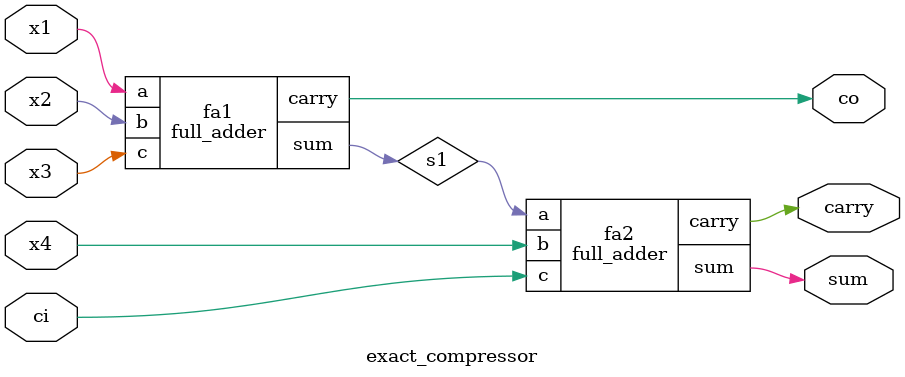
<source format=v>
`timescale 1ns / 1ps

module Approximate_Multiplier( A , B , Trunc0 , Trunc1 , Trunc2 , Trunc3 , Product );

input [7:0] A , B  ;
input Trunc0 , Trunc1 , Trunc2  , Trunc3 ;

output [15:0] Product ;

/////1
pp_generation pp1( .Trunc0(Trunc0) , .B0(B[0]) , .A0(A[0]) , .A1(A[1]) , .PPD00(P00) , .PPD01(P01) ) ;
pp_generation pp2( .Trunc0(Trunc0) , .B0(B[1]) , .A0(A[0]) , .A1(A[1]) , .PPD00(P10) , .PPD01(P11) ) ;
pp_generation pp3( .Trunc0(Trunc0) , .B0(B[2]) , .A0(A[0]) , .A1(A[1]) , .PPD00(P20) , .PPD01(P21) ) ;
pp_generation pp4( .Trunc0(Trunc0) , .B0(B[0]) , .A0(A[2]) , .A1(A[3]) , .PPD00(P02) , .PPD01(P03) ) ;
ppg  pp01( .Trunc(Trunc0) , .B(B[2]) , .A(A[1]) , .PPD(P12) ) ;
ppg  pp01a( .Trunc(Trunc0) , .B(B[3]) , .A(A[0]) , .PPD(P30) ) ;

/////2
pp_generation pp5( .Trunc0(Trunc1) , .B0(B[4]) , .A0(A[0]) , .A1(A[1]) , .PPD00(P40) , .PPD01(P41) ) ;
pp_generation pp6( .Trunc0(Trunc1) , .B0(B[5]) , .A0(A[0]) , .A1(A[1]) , .PPD00(P50) , .PPD01(P51) ) ;
pp_generation pp7( .Trunc0(Trunc1) , .B0(B[6]) , .A0(A[0]) , .A1(A[1]) , .PPD00(P60) , .PPD01(P61) ) ;
pp_generation pp8( .Trunc0(Trunc1) , .B0(B[3]) , .A0(A[1]) , .A1(A[2]) , .PPD00(P31) , .PPD01(P32) ) ;
pp_generation pp9( .Trunc0(Trunc1) , .B0(B[2]) , .A0(A[2]) , .A1(A[3]) , .PPD00(P22) , .PPD01(P23) ) ;
pp_generation pp10( .Trunc0(Trunc1) , .B0(B[4]) , .A0(A[2]) , .A1(A[3]) , .PPD00(P42) , .PPD01(P43) ) ;
pp_generation pp11( .Trunc0(Trunc1) , .B0(B[1]) , .A0(A[3]) , .A1(A[4]) , .PPD00(P13) , .PPD01(P14) ) ;
pp_generation pp12( .Trunc0(Trunc1) , .B0(B[3]) , .A0(A[3]) , .A1(A[4]) , .PPD00(P33) , .PPD01(P34) ) ;
pp_generation pp13( .Trunc0(Trunc1) , .B0(B[0]) , .A0(A[4]) , .A1(A[5]) , .PPD00(P04) , .PPD01(P05) ) ;
pp_generation pp14( .Trunc0(Trunc1) , .B0(B[2]) , .A0(A[4]) , .A1(A[5]) , .PPD00(P24) , .PPD01(P25) ) ;
pp_generation pp15( .Trunc0(Trunc1) , .B0(B[1]) , .A0(A[5]) , .A1(A[6]) , .PPD00(P15) , .PPD01(P16) ) ;
pp_generation pp16( .Trunc0(Trunc1) , .B0(B[0]) , .A0(A[6]) , .A1(A[7]) , .PPD00(P06) , .PPD01(P07) ) ;
ppg  pp02( .Trunc(Trunc1) , .B(B[7]) , .A(A[0]) , .PPD(P70) ) ;
ppg  pp03( .Trunc(Trunc1) , .B(B[5]) , .A(A[2]) , .PPD(P52) ) ;

/////3
pp_generation pp17( .Trunc0(Trunc2) , .B0(B[7]) , .A0(A[1]) , .A1(A[2]) , .PPD00(P71) , .PPD01(P72) ) ;
pp_generation pp18( .Trunc0(Trunc2) , .B0(B[6]) , .A0(A[2]) , .A1(A[3]) , .PPD00(P62) , .PPD01(P63) ) ;
pp_generation pp19( .Trunc0(Trunc2) , .B0(B[5]) , .A0(A[3]) , .A1(A[4]) , .PPD00(P53) , .PPD01(P54) ) ;
pp_generation pp20( .Trunc0(Trunc2) , .B0(B[7]) , .A0(A[3]) , .A1(A[4]) , .PPD00(P73) , .PPD01(P74) ) ;
pp_generation pp21( .Trunc0(Trunc2) , .B0(B[4]) , .A0(A[4]) , .A1(A[5]) , .PPD00(P44) , .PPD01(P45) ) ;
pp_generation pp22( .Trunc0(Trunc2) , .B0(B[6]) , .A0(A[4]) , .A1(A[5]) , .PPD00(P64) , .PPD01(P65) ) ;
pp_generation pp23( .Trunc0(Trunc2) , .B0(B[3]) , .A0(A[5]) , .A1(A[6]) , .PPD00(P35) , .PPD01(P36) ) ;
pp_generation pp24( .Trunc0(Trunc2) , .B0(B[5]) , .A0(A[5]) , .A1(A[6]) , .PPD00(P55) , .PPD01(P56) ) ;
pp_generation pp25( .Trunc0(Trunc2) , .B0(B[2]) , .A0(A[6]) , .A1(A[7]) , .PPD00(P26) , .PPD01(P27) ) ;
pp_generation pp26( .Trunc0(Trunc2) , .B0(B[4]) , .A0(A[6]) , .A1(A[7]) , .PPD00(P46) , .PPD01(P47) ) ;
ppg  pp04( .Trunc(Trunc2) , .B(B[1]) , .A(A[7]) , .PPD(P17) ) ;
ppg  pp05( .Trunc(Trunc2) , .B(B[3]) , .A(A[7]) , .PPD(P37) ) ;

/////4
pp_generation pp27( .Trunc0(Trunc3) , .B0(B[7]) , .A0(A[5]) , .A1(A[6]) , .PPD00(P75) , .PPD01(P76) ) ;
pp_generation pp28( .Trunc0(Trunc3) , .B0(B[6]) , .A0(A[6]) , .A1(A[7]) , .PPD00(P66) , .PPD01(P67) ) ;
ppg  pp06( .Trunc(Trunc3) , .B(B[5]) , .A(A[7]) , .PPD(P57) ) ;
ppg  pp07( .Trunc(Trunc3) , .B(B[7]) , .A(A[7]) , .PPD(P77) ) ;
/////////////////////////level2
half_adder ha1 ( .a(P10) , .b(P01) , .sum(hs1) , .carry(hc1) ) ;
full_adder fa1( .a(P20) , .b(P11) , .c(P02) , .sum(fs1) , .carry(fc1) ) ;
apx4to2compressor apx1( .x1(P30) , .x2(P21) , .x3(P12) , .x4(P03) , .sum(as1) , .carry(ac1) ) ;
apx4to2compressor apx2( .x1(P40) , .x2(P31) , .x3(P22) , .x4(P13) , .sum(as2) , .carry(ac2) ) ;
apx4to2compressor apx3( .x1(P50) , .x2(P41) , .x3(P32) , .x4(P23) , .sum(as3) , .carry(ac3) ) ;
apx4to2compressor apx4( .x1(P60) , .x2(P51) , .x3(P42) , .x4(P33) , .sum(as4) , .carry(ac4) ) ;
EDC_compressor edc1( .A1(P70), .A2(P61),.A3(P52),.A4(P43),.SUM(es1),.CARRY(ec1) ) ;
half_adder ha2 ( .a(P14) , .b(P05) , .sum(hs2) , .carry(hc2) ) ;
full_adder fa2 ( .a(P24) , .b(P15) , .c(P06) , .sum(fs2) , .carry(fc2) ) ;
EDC_compressor edc2( .A1(P34), .A2(P25),.A3(P16),.A4(P07),.SUM(es2),.CARRY(ec2) ) ;
//accurate 

full_adder fa3 ( .a(P71) , .b(P62) , .c(P53) , .sum(fs3) , .carry(fc3) ) ;
half_adder ha3 ( .a(P72) , .b(P63) , .sum(hs3) , .carry(hc3) ) ;
exact_compressor cp1 ( .x1(P44) , .x2(P35) , .x3(P26) , .x4(P17) , .ci(1'b0) , .co(co1) , .carry(ca1) , .sum(cs1) ) ;
exact_compressor cp2 ( .x1(P54) , .x2(P45) , .x3(P36) , .x4(P27) , .ci(co1) , .co(co2) , .carry(ca2) , .sum(cs2) ) ;
exact_compressor cp3 ( .x1(P64) , .x2(P55) , .x3(P46) , .x4(P37) , .ci(co2) , .co(co3) , .carry(ca3) , .sum(cs3) ) ;
exact_compressor cp4 ( .x1(P74) , .x2(P65) , .x3(P56) , .x4(P47) , .ci(co3) , .co(co4) , .carry(ca4) , .sum(cs4) ) ;
exact_compressor cp5( .x1(P75) , .x2(P66) , .x3(P57) , .x4(1'b0) , .ci(co4) , .co(co5) , .carry(ca5) , .sum(cs5) ) ;
full_adder fa4 ( .a(P76) , .b(P67) , .c(co5) , .sum(fs4) , .carry(fc4) ) ;

///////////level 3

assign r1 = fs1 | hc1 ;
assign r2 = as1 | fc1 ;
full_adder fa5 ( .a(as2) , .b(ac1) , .c(P04) , .sum(fs5) , .carry(fc5) ) ;
full_adder fa6 ( .a(as3) , .b(ac2) , .c(hs2) , .sum(fs6) , .carry(fc6) ) ;
apx4to2compressor apx5( .x1(as4) , .x2(ac3) , .x3(fs2) , .x4(hc2) , .sum(as5) , .carry(ac5) ) ;
apx4to2compressor apx6( .x1(es1) , .x2(ac4) , .x3(es2) , .x4(fc2) , .sum(as6) , .carry(ac6) ) ;
exact_compressor cp6( .x1(fs3) , .x2(ec1) , .x3(cs1) , .x4(ec2) , .ci(ec1&ec2) , .co(co6) , .carry(ca6) , .sum(cs6) ) ;
exact_compressor cp7( .x1(hs3) , .x2(fc3) , .x3(cs2) , .x4(ca1) , .ci(co6) , .co(co7) , .carry(ca7) , .sum(cs7) ) ;
exact_compressor cp8( .x1(P73) , .x2(hc3) , .x3(cs3) , .x4(ca2) , .ci(co7) , .co(co8) , .carry(ca8) , .sum(cs8) ) ;
full_adder fa7 ( .a(cs4) , .b(ca3) , .c(co8) , .sum(fs7) , .carry(fc7) ) ;
full_adder fa8 ( .a(cs5) , .b(ca4) , .c(fc7) , .sum(fs8) , .carry(fc8) ) ;
full_adder fa9 ( .a(fs4) , .b(ca5) , .c(fc8) , .sum(fs9) , .carry(fc9) ) ;
full_adder fa10 ( .a(P77) , .b(fc4) , .c(fc9) , .sum(fs10) , .carry(fc10) ) ;

/////level 4

assign Product[4:0] =  { fs5 , r2 , r1 , hs1 , P00 } ;
half_adder ha4 ( .a(fs6) , .b(fc5) , .sum(Product[5]) , .carry(hc4) ) ;

full_adder fa11 ( .a(as5) , .b(fc6) , .c(hc4) , .sum(Product[6]) , .carry(fc11) ) ;
full_adder fa12 ( .a(as6) , .b(ac5) , .c(fc11) , .sum(Product[7]) , .carry(fc12) ) ;
full_adder fa13 ( .a(cs6) , .b(ac6) , .c(fc12) , .sum(Product[8]) , .carry(fc13) ) ;
full_adder fa14 ( .a(cs7) , .b(ca6) , .c(fc13) , .sum(Product[9]) , .carry(fc14) ) ;
full_adder fa15 ( .a(cs8) , .b(ca7) , .c(fc14) , .sum(Product[10]) , .carry(fc15) ) ;
full_adder fa16 ( .a(fs7) , .b(ca8) , .c(fc15) , .sum(Product[11]) , .carry(fc16) ) ;

half_adder ha5 ( .a(fs8) , .b(fc16) , .sum(Product[12]) , .carry(hc5) ) ;
half_adder ha6 ( .a(fs9) , .b(hc5) , .sum(Product[13]) , .carry(hc6) ) ;
half_adder ha7 ( .a(fs10) , .b(hc6) , .sum(Product[14]) , .carry(hc7) ) ;
assign Product[15] = fc10 | hc7 ;


endmodule

/////

module pp_generation ( Trunc0 , B0 , A0 , A1 , PPD00 , PPD01 ) ;

input Trunc0 , B0 , A0 , A1  ;

output  PPD00 , PPD01 ;

wire T , w1 ;

not g0( w1 , Trunc0 ) ;

and g1( T , B0 , w1  ) ;

and g2( PPD00 , A0 , T ) ;

and g3( PPD01 , A1 , T ) ;

endmodule 
///////
module ppg ( Trunc , B , A , PPD ) ;

input Trunc , B , A  ;

output  PPD ;

wire w1 , w2 ;

not g0( w2 , Trunc ) ;

and g1( w1 , B , w2 ) ;

and g2( PPD , w1 , A ) ;

endmodule


///////////apx 4 to 2 compressor

module apx4to2compressor( x1 , x2 , x3 , x4 , sum , carry ) ;

input x1 , x2 , x3 , x4  ;

output  sum , carry ;

assign w1 = x1 & x2 ;
assign w2 = x1 | x2 ;
assign w3 = x3 & x4 ;
assign w4 = x3 | x4 ;
assign w5 = w1 | w3 ;
assign w6 = w2 & w4 ;

assign sum = w2 ^ w4 ^ w5 ;
assign carry = w5 | w6 ;

endmodule

//full adder

module full_adder ( a , b , c , sum , carry ) ;

input a , b , c ;
output sum , carry ;

assign sum = a ^ b ^ c ;
assign carry = ( a & b ) | ( b & c ) | ( a & c )  ;

endmodule

//half adder

module half_adder ( a , b , sum , carry ) ;

input a , b  ;
output sum , carry ;

assign sum = a ^ b  ;
assign carry =  a & b  ;

endmodule

//////
module EDC_compressor( A1,A2,A3,A4,SUM,CARRY ) ;

input A1,A2,A3,A4 ;
output SUM,CARRY ;

wire w1 , w2 , w3 ;

assign w1 = A1 ^ A2 ;
assign w2 = A3 & A4 ;
assign w3 = A3 | A4 ;

assign SUM = w1 ? w2 : w3 ;
assign CARRY =  A1 | A2  ;

endmodule 

///exact compressor

module exact_compressor ( x1 , x2 , x3 , x4 , ci , co , carry , sum ) ;

input x1 , x2 , x3 , x4 , ci  ;

output  co , carry , sum ;

wire s1 ;

full_adder  fa1( .a(x1) , .b(x2) , .c(x3) , .sum(s1) , .carry(co) ) ;

full_adder  fa2( .a(s1) , .b(x4) , .c(ci) , .sum(sum) , .carry(carry) ) ;


endmodule

</source>
